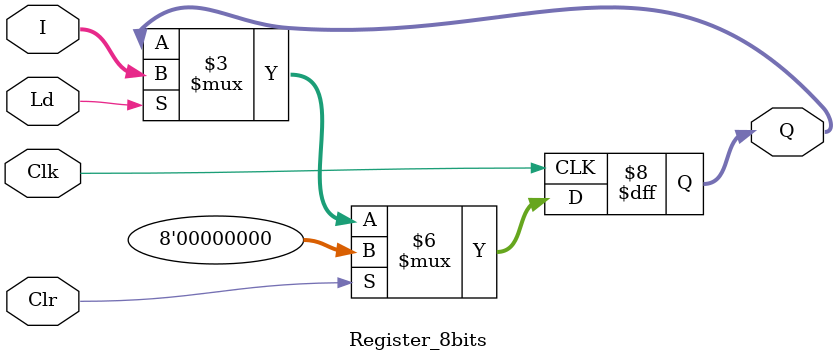
<source format=v>
`timescale 1ns / 1ps


module Register_8bits(Clk, Clr, Ld, I, Q);
    input Clk, Clr, Ld;
    input [7:0] I;
    output reg [7:0] Q;
    
    always @ (posedge Clk)begin
        if (Clr) begin
            Q <= 0;
        end
        else if(Ld) begin
            Q <= I;
        end
        else begin
            Q <= Q;
        end
    end
endmodule

</source>
